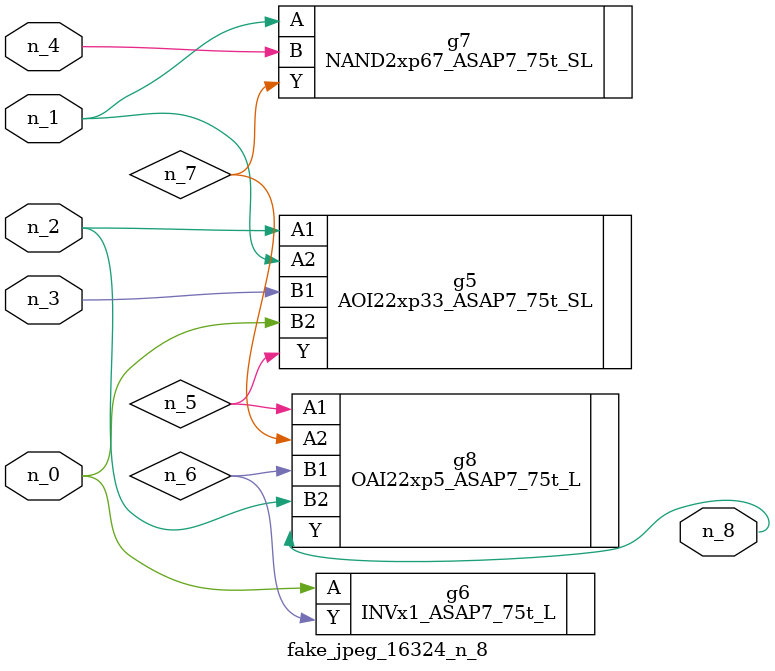
<source format=v>
module fake_jpeg_16324_n_8 (n_3, n_2, n_1, n_0, n_4, n_8);

input n_3;
input n_2;
input n_1;
input n_0;
input n_4;

output n_8;

wire n_6;
wire n_5;
wire n_7;

AOI22xp33_ASAP7_75t_SL g5 ( 
.A1(n_2),
.A2(n_1),
.B1(n_3),
.B2(n_0),
.Y(n_5)
);

INVx1_ASAP7_75t_L g6 ( 
.A(n_0),
.Y(n_6)
);

NAND2xp67_ASAP7_75t_SL g7 ( 
.A(n_1),
.B(n_4),
.Y(n_7)
);

OAI22xp5_ASAP7_75t_L g8 ( 
.A1(n_5),
.A2(n_7),
.B1(n_6),
.B2(n_2),
.Y(n_8)
);


endmodule
</source>
